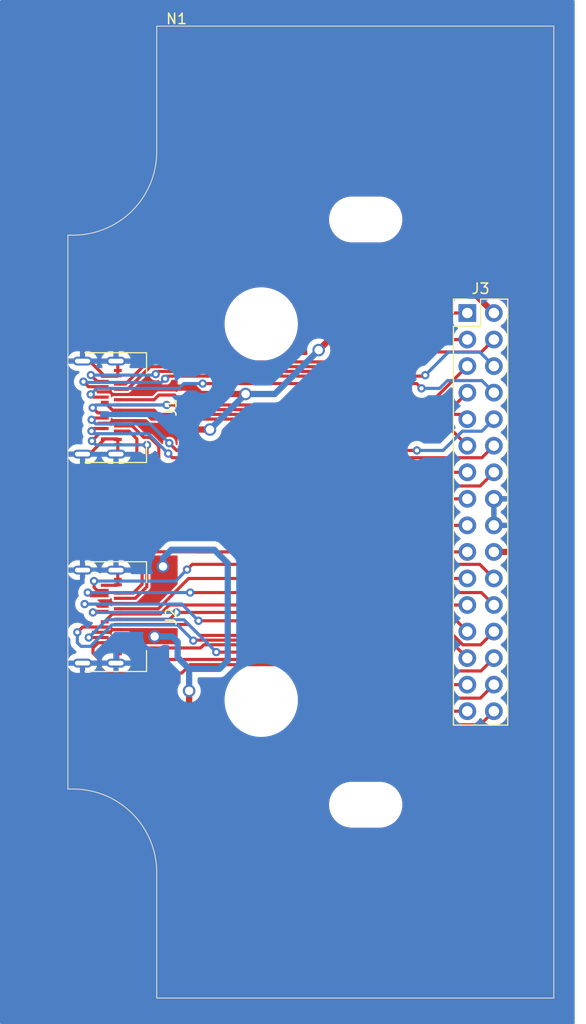
<source format=kicad_pcb>
(kicad_pcb (version 20211014) (generator pcbnew)
  (layers (0 "F.Cu" signal) (31 "B.Cu" signal) (34 "B.Paste" user) (35 "F.Paste" user) (36 "B.SilkS" user "B.Silkscreen") (37 "F.SilkS" user "F.Silkscreen") (38 "B.Mask" user) (39 "F.Mask" user) (44 "Edge.Cuts" user))
  (net 0 "")
  (net 1 "GND")
  (net 2 "/TX1+1")
  (net 3 "/TX1-1")
  (net 4 "/VBUS1")
  (net 5 "/CC11")
  (net 6 "/D+1")
  (net 7 "/D-1")
  (net 8 "/RX2-1")
  (net 9 "/SBU11")
  (net 10 "/RX2+1")
  (net 11 "/TX2+1")
  (net 12 "/TX2-1")
  (net 13 "/CC21")
  (net 14 "/SBU21")
  (net 15 "/RX1-1")
  (net 16 "/RX1+1")
  (net 17 "/TX1+2")
  (net 18 "/TX1-2")
  (net 19 "/VBUS2")
  (net 20 "/CC12")
  (net 21 "/D+2")
  (net 22 "/D-2")
  (net 23 "/RX2-2")
  (net 24 "/SBU12")
  (net 25 "/RX2+2")
  (net 26 "/TX2+2")
  (net 27 "/TX2-2")
  (net 28 "/CC22")
  (net 29 "/SBU22")
  (net 30 "/RX1-2")
  (net 31 "/RX1+2")
  (footprint "custom_footprints:USB_C_Receptacle_Amphenol_12401861XX12A" (layer "F.Cu") (at 69.025 75 -90)
    (fp_text reference "J1" (at 0 -6.36 90) (layer "F.SilkS"))
    (fp_text value "USB_C_Receptacle")
    (fp_line (start -5.25 -4) (end -5.25 1.89) (layer "F.SilkS") (width 0.12))
    (fp_line (start 3.25 -4) (end 5.25 -4) (layer "F.SilkS") (width 0.12))
    (fp_line (start 5.25 -4) (end 5.25 1.89) (layer "F.SilkS") (width 0.12))
    (fp_line (start -5.25 -4) (end -3.25 -4) (layer "F.SilkS") (width 0.12))
    (pad "A1" smd rect locked (at -3.05 -1.25 270) (size 0.3 0.75) (layers "F.Cu" "F.Paste" "F.Mask") (net 1 "GND"))
    (pad "A2" smd rect locked (at -2.25 -1.25 270) (size 0.3 0.75) (layers "F.Cu" "F.Paste" "F.Mask") (net 2 "/TX1+1"))
    (pad "A3" smd rect locked (at -1.75 -1.25 270) (size 0.3 0.75) (layers "F.Cu" "F.Paste" "F.Mask") (net 3 "/TX1-1"))
    (pad "A4" smd rect locked (at -1.25 -1.25 270) (size 0.3 0.75) (layers "F.Cu" "F.Paste" "F.Mask") (net 4 "/VBUS1"))
    (pad "A5" smd rect locked (at -0.75 -1.25 270) (size 0.3 0.75) (layers "F.Cu" "F.Paste" "F.Mask") (net 5 "/CC11"))
    (pad "A6" smd rect locked (at -0.25 -1.25 270) (size 0.3 0.75) (layers "F.Cu" "F.Paste" "F.Mask") (net 6 "/D+1"))
    (pad "A7" smd rect locked (at 0.25 -1.25 270) (size 0.3 0.75) (layers "F.Cu" "F.Paste" "F.Mask") (net 7 "/D-1"))
    (pad "A8" smd rect locked (at 0.75 -1.25 270) (size 0.3 0.75) (layers "F.Cu" "F.Paste" "F.Mask") (net 9 "/SBU11"))
    (pad "A9" smd rect locked (at 1.25 -1.25 270) (size 0.3 0.75) (layers "F.Cu" "F.Paste" "F.Mask") (net 4 "/VBUS1"))
    (pad "A10" smd rect locked (at 1.75 -1.25 270) (size 0.3 0.75) (layers "F.Cu" "F.Paste" "F.Mask") (net 8 "/RX2-1"))
    (pad "A11" smd rect locked (at 2.25 -1.25 270) (size 0.3 0.75) (layers "F.Cu" "F.Paste" "F.Mask") (net 10 "/RX2+1"))
    (pad "A12" smd rect locked (at 3.05 -1.25 270) (size 0.3 0.75) (layers "F.Cu" "F.Paste" "F.Mask") (net 1 "GND"))
    (pad "B1" smd rect locked (at 3 0 270) (size 0.3 0.75) (layers "F.Cu" "F.Paste" "F.Mask") (net 1 "GND"))
    (pad "B2" smd rect locked (at 2.5 0 270) (size 0.3 0.75) (layers "F.Cu" "F.Paste" "F.Mask") (net 11 "/TX2+1"))
    (pad "B3" smd rect locked (at 2 0 270) (size 0.3 0.75) (layers "F.Cu" "F.Paste" "F.Mask") (net 12 "/TX2-1"))
    (pad "B4" smd rect locked (at 1.5 0 270) (size 0.3 0.75) (layers "F.Cu" "F.Paste" "F.Mask") (net 4 "/VBUS1"))
    (pad "B5" smd rect locked (at 1 0 270) (size 0.3 0.75) (layers "F.Cu" "F.Paste" "F.Mask") (net 13 "/CC21"))
    (pad "B6" smd rect locked (at 0.5 0 270) (size 0.3 0.75) (layers "F.Cu" "F.Paste" "F.Mask") (net 6 "/D+1"))
    (pad "B7" smd rect locked (at -0.5 0 270) (size 0.3 0.75) (layers "F.Cu" "F.Paste" "F.Mask") (net 7 "/D-1"))
    (pad "B8" smd rect locked (at -1 0 270) (size 0.3 0.75) (layers "F.Cu" "F.Paste" "F.Mask") (net 14 "/SBU21"))
    (pad "B9" smd rect locked (at -1.5 0 270) (size 0.3 0.75) (layers "F.Cu" "F.Paste" "F.Mask") (net 4 "/VBUS1"))
    (pad "B10" smd rect locked (at -2 0 270) (size 0.3 0.75) (layers "F.Cu" "F.Paste" "F.Mask") (net 15 "/RX1-1"))
    (pad "B11" smd rect locked (at -2.5 0 270) (size 0.3 0.75) (layers "F.Cu" "F.Paste" "F.Mask") (net 16 "/RX1+1"))
    (pad "B12" smd rect locked (at -3 0 270) (size 0.3 0.75) (layers "F.Cu" "F.Paste" "F.Mask") (net 1 "GND"))
    (pad "S1" thru_hole oval locked (at 4.45 -1.075 270) (size 0.85 1.85) (drill oval 0.45 1.45) (layers *.Cu *.Mask) (net 1 "GND"))
    (pad "S1" thru_hole oval locked (at 4.45 2.125 270) (size 0.85 1.85) (drill oval 0.45 1.45) (layers *.Cu *.Mask) (net 1 "GND"))
    (pad "S1" smd rect locked (at -3.55 -1.25 270) (size 0.3 0.75) (layers "F.Cu" "F.Paste" "F.Mask") (net 1 "GND"))
    (pad "S1" smd rect locked (at 3.55 -1.25 270) (size 0.3 0.75) (layers "F.Cu" "F.Paste" "F.Mask") (net 1 "GND"))
    (pad "S1" thru_hole oval locked (at -4.45 2.125 270) (size 0.85 1.85) (drill oval 0.45 1.45) (layers *.Cu *.Mask) (net 1 "GND"))
    (pad "S1" thru_hole oval locked (at -4.45 -1.075 270) (size 0.85 1.85) (drill oval 0.45 1.45) (layers *.Cu *.Mask) (net 1 "GND"))
  )
  (footprint "custom_footprints:Enclosure-Gloxinia_small" (layer "F.Cu") (at 112 85)
    (fp_text reference "N1" (at -36.1 -47.2) (layer "F.SilkS"))
    (fp_text value "Housing")
    (pad "" np_thru_hole oval (at -28 -18 90) (size 6 6) (drill 6) (layers *.Cu *.Mask))
    (pad "" np_thru_hole oval (at -18 -28 90) (size 3.37 6) (drill oval 3.37 6) (layers *.Cu *.Mask))
    (pad "" np_thru_hole oval (at -28 18) (size 6 6) (drill 6) (layers *.Cu *.Mask))
    (pad "" np_thru_hole oval (at -18 28 90) (size 3.37 6) (drill oval 3.37 6) (layers *.Cu *.Mask))
  )
  (footprint "custom_footprints:USB_C_Receptacle_Amphenol_12401861XX12A" (layer "F.Cu") (at 69.025 95 -90)
    (fp_text reference "J2" (at 0 -6.36 90) (layer "F.SilkS"))
    (fp_text value "USB_C_Receptacle")
    (fp_line (start 5.25 -4) (end 5.25 1.89) (layer "F.SilkS") (width 0.12))
    (fp_line (start -5.25 -4) (end -5.25 1.89) (layer "F.SilkS") (width 0.12))
    (fp_line (start 3.25 -4) (end 5.25 -4) (layer "F.SilkS") (width 0.12))
    (fp_line (start -5.25 -4) (end -3.25 -4) (layer "F.SilkS") (width 0.12))
    (pad "A1" smd rect locked (at -3.05 -1.25 270) (size 0.3 0.75) (layers "F.Cu" "F.Paste" "F.Mask") (net 1 "GND"))
    (pad "A2" smd rect locked (at -2.25 -1.25 270) (size 0.3 0.75) (layers "F.Cu" "F.Paste" "F.Mask") (net 17 "/TX1+2"))
    (pad "A3" smd rect locked (at -1.75 -1.25 270) (size 0.3 0.75) (layers "F.Cu" "F.Paste" "F.Mask") (net 18 "/TX1-2"))
    (pad "A4" smd rect locked (at -1.25 -1.25 270) (size 0.3 0.75) (layers "F.Cu" "F.Paste" "F.Mask") (net 19 "/VBUS2"))
    (pad "A5" smd rect locked (at -0.75 -1.25 270) (size 0.3 0.75) (layers "F.Cu" "F.Paste" "F.Mask") (net 20 "/CC12"))
    (pad "A6" smd rect locked (at -0.25 -1.25 270) (size 0.3 0.75) (layers "F.Cu" "F.Paste" "F.Mask") (net 21 "/D+2"))
    (pad "A7" smd rect locked (at 0.25 -1.25 270) (size 0.3 0.75) (layers "F.Cu" "F.Paste" "F.Mask") (net 22 "/D-2"))
    (pad "A8" smd rect locked (at 0.75 -1.25 270) (size 0.3 0.75) (layers "F.Cu" "F.Paste" "F.Mask") (net 24 "/SBU12"))
    (pad "A9" smd rect locked (at 1.25 -1.25 270) (size 0.3 0.75) (layers "F.Cu" "F.Paste" "F.Mask") (net 19 "/VBUS2"))
    (pad "A10" smd rect locked (at 1.75 -1.25 270) (size 0.3 0.75) (layers "F.Cu" "F.Paste" "F.Mask") (net 23 "/RX2-2"))
    (pad "A11" smd rect locked (at 2.25 -1.25 270) (size 0.3 0.75) (layers "F.Cu" "F.Paste" "F.Mask") (net 25 "/RX2+2"))
    (pad "A12" smd rect locked (at 3.05 -1.25 270) (size 0.3 0.75) (layers "F.Cu" "F.Paste" "F.Mask") (net 1 "GND"))
    (pad "B1" smd rect locked (at 3 0 270) (size 0.3 0.75) (layers "F.Cu" "F.Paste" "F.Mask") (net 1 "GND"))
    (pad "B2" smd rect locked (at 2.5 0 270) (size 0.3 0.75) (layers "F.Cu" "F.Paste" "F.Mask") (net 26 "/TX2+2"))
    (pad "B3" smd rect locked (at 2 0 270) (size 0.3 0.75) (layers "F.Cu" "F.Paste" "F.Mask") (net 27 "/TX2-2"))
    (pad "B4" smd rect locked (at 1.5 0 270) (size 0.3 0.75) (layers "F.Cu" "F.Paste" "F.Mask") (net 19 "/VBUS2"))
    (pad "B5" smd rect locked (at 1 0 270) (size 0.3 0.75) (layers "F.Cu" "F.Paste" "F.Mask") (net 28 "/CC22"))
    (pad "B6" smd rect locked (at 0.5 0 270) (size 0.3 0.75) (layers "F.Cu" "F.Paste" "F.Mask") (net 21 "/D+2"))
    (pad "B7" smd rect locked (at -0.5 0 270) (size 0.3 0.75) (layers "F.Cu" "F.Paste" "F.Mask") (net 22 "/D-2"))
    (pad "B8" smd rect locked (at -1 0 270) (size 0.3 0.75) (layers "F.Cu" "F.Paste" "F.Mask") (net 29 "/SBU22"))
    (pad "B9" smd rect locked (at -1.5 0 270) (size 0.3 0.75) (layers "F.Cu" "F.Paste" "F.Mask") (net 19 "/VBUS2"))
    (pad "B10" smd rect locked (at -2 0 270) (size 0.3 0.75) (layers "F.Cu" "F.Paste" "F.Mask") (net 30 "/RX1-2"))
    (pad "B11" smd rect locked (at -2.5 0 270) (size 0.3 0.75) (layers "F.Cu" "F.Paste" "F.Mask") (net 31 "/RX1+2"))
    (pad "B12" smd rect locked (at -3 0 270) (size 0.3 0.75) (layers "F.Cu" "F.Paste" "F.Mask") (net 1 "GND"))
    (pad "S1" thru_hole oval locked (at 4.45 -1.075 270) (size 0.85 1.85) (drill oval 0.45 1.45) (layers *.Cu *.Mask) (net 1 "GND"))
    (pad "S1" thru_hole oval locked (at -4.45 -1.075 270) (size 0.85 1.85) (drill oval 0.45 1.45) (layers *.Cu *.Mask) (net 1 "GND"))
    (pad "S1" thru_hole oval locked (at -4.45 2.125 270) (size 0.85 1.85) (drill oval 0.45 1.45) (layers *.Cu *.Mask) (net 1 "GND"))
    (pad "S1" smd rect locked (at 3.55 -1.25 270) (size 0.3 0.75) (layers "F.Cu" "F.Paste" "F.Mask") (net 1 "GND"))
    (pad "S1" thru_hole oval locked (at 4.45 2.125 270) (size 0.85 1.85) (drill oval 0.45 1.45) (layers *.Cu *.Mask) (net 1 "GND"))
    (pad "S1" smd rect locked (at -3.55 -1.25 270) (size 0.3 0.75) (layers "F.Cu" "F.Paste" "F.Mask") (net 1 "GND"))
  )
  (footprint "Connector_PinHeader_2.54mm:PinHeader_2x16_P2.54mm_Vertical" (layer "F.Cu") (at 103.725 65.95)
    (fp_text reference "J3" (at 1.27 -2.33) (layer "F.SilkS"))
    (fp_text value "Conn_02x16_Odd_Even")
    (fp_line (start -1.33 39.43) (end 3.87 39.43) (layer "F.SilkS") (width 0.12))
    (fp_line (start 1.27 -1.33) (end 3.87 -1.33) (layer "F.SilkS") (width 0.12))
    (fp_line (start -1.33 1.27) (end -1.33 39.43) (layer "F.SilkS") (width 0.12))
    (fp_line (start 3.87 -1.33) (end 3.87 39.43) (layer "F.SilkS") (width 0.12))
    (fp_line (start 1.27 1.27) (end 1.27 -1.33) (layer "F.SilkS") (width 0.12))
    (fp_line (start -1.33 0) (end -1.33 -1.33) (layer "F.SilkS") (width 0.12))
    (fp_line (start -1.33 -1.33) (end 0 -1.33) (layer "F.SilkS") (width 0.12))
    (fp_line (start -1.33 1.27) (end 1.27 1.27) (layer "F.SilkS") (width 0.12))
    (pad "1" thru_hole rect (at 0 0) (size 1.7 1.7) (drill 1) (layers *.Cu *.Mask) (net 2 "/TX1+1"))
    (pad "2" thru_hole oval (at 2.54 0) (size 1.7 1.7) (drill 1) (layers *.Cu *.Mask) (net 4 "/VBUS1"))
    (pad "3" thru_hole oval (at 0 2.54) (size 1.7 1.7) (drill 1) (layers *.Cu *.Mask) (net 3 "/TX1-1"))
    (pad "4" thru_hole oval (at 2.54 2.54) (size 1.7 1.7) (drill 1) (layers *.Cu *.Mask) (net 16 "/RX1+1"))
    (pad "5" thru_hole oval (at 0 5.08) (size 1.7 1.7) (drill 1) (layers *.Cu *.Mask) (net 5 "/CC11"))
    (pad "6" thru_hole oval (at 2.54 5.08) (size 1.7 1.7) (drill 1) (layers *.Cu *.Mask) (net 15 "/RX1-1"))
    (pad "7" thru_hole oval (at 0 7.62) (size 1.7 1.7) (drill 1) (layers *.Cu *.Mask) (net 6 "/D+1"))
    (pad "8" thru_hole oval (at 2.54 7.62) (size 1.7 1.7) (drill 1) (layers *.Cu *.Mask) (net 14 "/SBU21"))
    (pad "9" thru_hole oval (at 0 10.16) (size 1.7 1.7) (drill 1) (layers *.Cu *.Mask) (net 7 "/D-1"))
    (pad "10" thru_hole oval (at 2.54 10.16) (size 1.7 1.7) (drill 1) (layers *.Cu *.Mask) (net 13 "/CC21"))
    (pad "11" thru_hole oval (at 0 12.7) (size 1.7 1.7) (drill 1) (layers *.Cu *.Mask) (net 9 "/SBU11"))
    (pad "12" thru_hole oval (at 2.54 12.7) (size 1.7 1.7) (drill 1) (layers *.Cu *.Mask) (net 12 "/TX2-1"))
    (pad "13" thru_hole oval (at 0 15.24) (size 1.7 1.7) (drill 1) (layers *.Cu *.Mask) (net 8 "/RX2-1"))
    (pad "14" thru_hole oval (at 2.54 15.24) (size 1.7 1.7) (drill 1) (layers *.Cu *.Mask) (net 11 "/TX2+1"))
    (pad "15" thru_hole oval (at 0 17.78) (size 1.7 1.7) (drill 1) (layers *.Cu *.Mask) (net 10 "/RX2+1"))
    (pad "16" thru_hole oval (at 2.54 17.78) (size 1.7 1.7) (drill 1) (layers *.Cu *.Mask) (net 1 "GND"))
    (pad "17" thru_hole oval (at 0 20.32) (size 1.7 1.7) (drill 1) (layers *.Cu *.Mask) (net 17 "/TX1+2"))
    (pad "18" thru_hole oval (at 2.54 20.32) (size 1.7 1.7) (drill 1) (layers *.Cu *.Mask) (net 1 "GND"))
    (pad "19" thru_hole oval (at 0 22.86) (size 1.7 1.7) (drill 1) (layers *.Cu *.Mask) (net 18 "/TX1-2"))
    (pad "20" thru_hole oval (at 2.54 22.86) (size 1.7 1.7) (drill 1) (layers *.Cu *.Mask) (net 19 "/VBUS2"))
    (pad "21" thru_hole oval (at 0 25.4) (size 1.7 1.7) (drill 1) (layers *.Cu *.Mask) (net 20 "/CC12"))
    (pad "22" thru_hole oval (at 2.54 25.4) (size 1.7 1.7) (drill 1) (layers *.Cu *.Mask) (net 31 "/RX1+2"))
    (pad "23" thru_hole oval (at 0 27.94) (size 1.7 1.7) (drill 1) (layers *.Cu *.Mask) (net 21 "/D+2"))
    (pad "24" thru_hole oval (at 2.54 27.94) (size 1.7 1.7) (drill 1) (layers *.Cu *.Mask) (net 30 "/RX1-2"))
    (pad "25" thru_hole oval (at 0 30.48) (size 1.7 1.7) (drill 1) (layers *.Cu *.Mask) (net 22 "/D-2"))
    (pad "26" thru_hole oval (at 2.54 30.48) (size 1.7 1.7) (drill 1) (layers *.Cu *.Mask) (net 29 "/SBU22"))
    (pad "27" thru_hole oval (at 0 33.02) (size 1.7 1.7) (drill 1) (layers *.Cu *.Mask) (net 24 "/SBU12"))
    (pad "28" thru_hole oval (at 2.54 33.02) (size 1.7 1.7) (drill 1) (layers *.Cu *.Mask) (net 28 "/CC22"))
    (pad "29" thru_hole oval (at 0 35.56) (size 1.7 1.7) (drill 1) (layers *.Cu *.Mask) (net 23 "/RX2-2"))
    (pad "30" thru_hole oval (at 2.54 35.56) (size 1.7 1.7) (drill 1) (layers *.Cu *.Mask) (net 27 "/TX2-2"))
    (pad "31" thru_hole oval (at 0 38.1) (size 1.7 1.7) (drill 1) (layers *.Cu *.Mask) (net 25 "/RX2+2"))
    (pad "32" thru_hole oval (at 2.54 38.1) (size 1.7 1.7) (drill 1) (layers *.Cu *.Mask) (net 26 "/TX2+2"))
  )
  (gr_arc (start 74 50.5) (mid 71.656854 56.156854) (end 66 58.5) (layer "Edge.Cuts") (width 0.1))
  (gr_line (start 74 131.5) (end 74 119.5) (layer "Edge.Cuts") (width 0.1))
  (gr_line (start 65.5 58.5) (end 66 58.5) (layer "Edge.Cuts") (width 0.1))
  (gr_line (start 112 131.5) (end 74 131.5) (layer "Edge.Cuts") (width 0.1))
  (gr_line (start 65.5 111.5) (end 66 111.5) (layer "Edge.Cuts") (width 0.1))
  (gr_line (start 74 38.5) (end 112 38.5) (layer "Edge.Cuts") (width 0.1))
  (gr_arc (start 66 111.5) (mid 71.656854 113.843146) (end 74 119.5) (layer "Edge.Cuts") (width 0.1))
  (gr_line (start 112 38.5) (end 112 131.5) (layer "Edge.Cuts") (width 0.1))
  (gr_line (start 74 38.5) (end 74 50.5) (layer "Edge.Cuts") (width 0.1))
  (gr_line (start 65.5 111.5) (end 65.5 58.5) (layer "Edge.Cuts") (width 0.1))
  (segment (start 70.275 91.95) (end 70.275 91.45) (width 0.3) (layer "F.Cu") (net 1))
  (segment (start 70.275 90.725) (end 70.1 90.55) (width 0.3) (layer "F.Cu") (net 1))
  (segment (start 70.275 71.95) (end 70.275 71.45) (width 0.3) (layer "F.Cu") (net 1))
  (segment (start 70.275 98.55) (end 70.275 99.275) (width 0.3) (layer "F.Cu") (net 1))
  (segment (start 70.225 78) (end 70.275 78.05) (width 0.3) (layer "F.Cu") (net 1))
  (segment (start 67.575 79.45) (end 66.9 79.45) (width 0.3) (layer "F.Cu") (net 1))
  (segment (start 70.275 98.05) (end 70.275 98.55) (width 0.3) (layer "F.Cu") (net 1))
  (segment (start 69.025 92) (end 70.225 92) (width 0.3) (layer "F.Cu") (net 1))
  (segment (start 70.275 99.275) (end 70.1 99.45) (width 0.3) (layer "F.Cu") (net 1))
  (segment (start 69.025 78) (end 67.575 79.45) (width 0.3) (layer "F.Cu") (net 1))
  (segment (start 69.025 98) (end 70.225 98) (width 0.3) (layer "F.Cu") (net 1))
  (segment (start 70.225 92) (end 70.275 91.95) (width 0.3) (layer "F.Cu") (net 1))
  (segment (start 70.275 78.05) (end 70.275 78.55) (width 0.3) (layer "F.Cu") (net 1))
  (segment (start 67.575 70.55) (end 66.9 70.55) (width 0.3) (layer "F.Cu") (net 1))
  (segment (start 70.275 70.725) (end 70.1 70.55) (width 0.3) (layer "F.Cu") (net 1))
  (segment (start 70.225 98) (end 70.275 98.05) (width 0.3) (layer "F.Cu") (net 1))
  (segment (start 69.025 72) (end 70.225 72) (width 0.3) (layer "F.Cu") (net 1))
  (segment (start 69.025 78) (end 70.225 78) (width 0.3) (layer "F.Cu") (net 1))
  (segment (start 70.275 78.55) (end 70.275 79.275) (width 0.3) (layer "F.Cu") (net 1))
  (segment (start 70.275 71.45) (end 70.275 70.725) (width 0.3) (layer "F.Cu") (net 1))
  (segment (start 70.275 91.45) (end 70.275 90.725) (width 0.3) (layer "F.Cu") (net 1))
  (segment (start 69.025 72) (end 67.575 70.55) (width 0.3) (layer "F.Cu") (net 1))
  (segment (start 70.275 79.275) (end 70.1 79.45) (width 0.3) (layer "F.Cu") (net 1))
  (segment (start 70.225 72) (end 70.275 71.95) (width 0.3) (layer "F.Cu") (net 1))
  (segment (start 96.98 70.63) (end 101.66 65.95) (width 0.3) (layer "F.Cu") (net 2))
  (segment (start 73.13 70.63) (end 96.98 70.63) (width 0.3) (layer "F.Cu") (net 2))
  (segment (start 71.01 72.75) (end 73.13 70.63) (width 0.3) (layer "F.Cu") (net 2))
  (segment (start 101.66 65.95) (end 103.725 65.95) (width 0.3) (layer "F.Cu") (net 2))
  (segment (start 70.275 72.75) (end 71.01 72.75) (width 0.3) (layer "F.Cu") (net 2))
  (segment (start 70.275 73.25) (end 71.21 73.25) (width 0.3) (layer "F.Cu") (net 3))
  (segment (start 71.21 73.25) (end 73.37 71.09) (width 0.3) (layer "F.Cu") (net 3))
  (segment (start 73.37 71.09) (end 98.02 71.09) (width 0.3) (layer "F.Cu") (net 3))
  (segment (start 98.02 71.09) (end 100.62 68.49) (width 0.3) (layer "F.Cu") (net 3))
  (segment (start 100.62 68.49) (end 103.725 68.49) (width 0.3) (layer "F.Cu") (net 3))
  (segment (start 77.58714 73.088531) (end 78.198609 73.7) (width 0.6) (layer "F.Cu") (net 4))
  (segment (start 70.275 73.75) (end 72.75 73.75) (width 0.3) (layer "F.Cu") (net 4))
  (segment (start 78.198609 73.7) (end 82.5 73.7) (width 0.6) (layer "F.Cu") (net 4))
  (segment (start 70.275 76.25) (end 72.25 76.25) (width 0.3) (layer "F.Cu") (net 4))
  (segment (start 72.25 76.25) (end 73.1 77.1) (width 0.3) (layer "F.Cu") (net 4))
  (segment (start 95.7 63.3) (end 103.615 63.3) (width 0.6) (layer "F.Cu") (net 4))
  (segment (start 70.275 76.25) (end 69.82 76.25) (width 0.3) (layer "F.Cu") (net 4))
  (segment (start 69.53 73.5) (end 69.025 73.5) (width 0.3) (layer "F.Cu") (net 4))
  (segment (start 73.1 77.1) (end 74.9 77.1) (width 0.3) (layer "F.Cu") (net 4))
  (segment (start 69.82 76.25) (end 69.57 76.5) (width 0.3) (layer "F.Cu") (net 4))
  (segment (start 103.615 63.3) (end 106.265 65.95) (width 0.6) (layer "F.Cu") (net 4))
  (segment (start 74.388531 73.088531) (end 77.58714 73.088531) (width 0.6) (layer "F.Cu") (net 4))
  (segment (start 69.57 76.5) (end 69.025 76.5) (width 0.3) (layer "F.Cu") (net 4))
  (segment (start 69.78 73.75) (end 69.53 73.5) (width 0.3) (layer "F.Cu") (net 4))
  (segment (start 74.9 77.1) (end 75.4 77.1) (width 0.3) (layer "F.Cu") (net 4))
  (segment (start 70.275 73.75) (end 69.78 73.75) (width 0.3) (layer "F.Cu") (net 4))
  (segment (start 73.411469 73.088531) (end 74.388531 73.088531) (width 0.3) (layer "F.Cu") (net 4))
  (segment (start 75.4 77.1) (end 79.1 77.1) (width 0.6) (layer "F.Cu") (net 4))
  (segment (start 72.75 73.75) (end 73.411469 73.088531) (width 0.3) (layer "F.Cu") (net 4))
  (segment (start 89.5 69.5) (end 95.7 63.3) (width 0.6) (layer "F.Cu") (net 4))
  (via (at 79.1 77.1) (size 1.2) (drill 0.8) (layers "F.Cu" "B.Cu") (net 4))
  (via (at 82.5 73.7) (size 1.2) (drill 0.8) (layers "F.Cu" "B.Cu") (net 4))
  (via (at 89.5 69.5) (size 1.2) (drill 0.8) (layers "F.Cu" "B.Cu") (net 4))
  (segment (start 79.4 76.8) (end 82.5 73.7) (width 0.6) (layer "B.Cu") (net 4))
  (segment (start 82.5 73.7) (end 85.3 73.7) (width 0.6) (layer "B.Cu") (net 4))
  (segment (start 85.3 73.7) (end 89.5 69.5) (width 0.6) (layer "B.Cu") (net 4))
  (segment (start 79.4 76.8) (end 79.1 77.1) (width 0.6) (layer "B.Cu") (net 4))
  (segment (start 70.275 74.25) (end 73.75 74.25) (width 0.3) (layer "F.Cu") (net 5))
  (segment (start 76.65096 74.75096) (end 100.00404 74.75096) (width 0.3) (layer "F.Cu") (net 5))
  (segment (start 75.7 73.8) (end 76.65096 74.75096) (width 0.3) (layer "F.Cu") (net 5))
  (segment (start 100.00404 74.75096) (end 103.725 71.03) (width 0.3) (layer "F.Cu") (net 5))
  (segment (start 74.2 73.8) (end 75.7 73.8) (width 0.3) (layer "F.Cu") (net 5))
  (segment (start 73.75 74.25) (end 74.2 73.8) (width 0.3) (layer "F.Cu") (net 5))
  (segment (start 75.75 74.75) (end 76.20048 75.20048) (width 0.3) (layer "F.Cu") (net 6))
  (segment (start 76.20048 75.20048) (end 102.09452 75.20048) (width 0.3) (layer "F.Cu") (net 6))
  (segment (start 69.025 75.5) (end 68.35 75.5) (width 0.3) (layer "F.Cu") (net 6))
  (segment (start 102.09452 75.20048) (end 103.725 73.57) (width 0.3) (layer "F.Cu") (net 6))
  (segment (start 68.35 75.5) (end 67.87 75.02) (width 0.3) (layer "F.Cu") (net 6))
  (segment (start 70.275 74.75) (end 75.75 74.75) (width 0.3) (layer "F.Cu") (net 6))
  (via (at 67.87 75.02) (size 0.8) (drill 0.4) (layers "F.Cu" "B.Cu") (net 6))
  (via (at 74.95 74.75) (size 0.8) (drill 0.4) (layers "F.Cu" "B.Cu") (net 6))
  (segment (start 67.87 75.02) (end 68.14 74.75) (width 0.3) (layer "B.Cu") (net 6))
  (segment (start 68.14 74.75) (end 74.95 74.75) (width 0.3) (layer "B.Cu") (net 6))
  (segment (start 70.275 75.25) (end 73.75 75.25) (width 0.3) (layer "F.Cu") (net 7))
  (segment (start 70.275 75.25) (end 69.775 75.25) (width 0.3) (layer "F.Cu") (net 7))
  (segment (start 103.265 75.65) (end 103.725 76.11) (width 0.3) (layer "F.Cu") (net 7))
  (segment (start 74.15 75.65) (end 103.265 75.65) (width 0.3) (layer "F.Cu") (net 7))
  (segment (start 69.775 75.25) (end 69.025 74.5) (width 0.3) (layer "F.Cu") (net 7))
  (segment (start 73.75 75.25) (end 74.15 75.65) (width 0.3) (layer "F.Cu") (net 7))
  (segment (start 73.35 77.85) (end 72.75 77.85) (width 0.3) (layer "F.Cu") (net 8))
  (segment (start 103.725 81.19) (end 75.39 81.19) (width 0.3) (layer "F.Cu") (net 8))
  (segment (start 75.39 81.19) (end 74.2 80) (width 0.3) (layer "F.Cu") (net 8))
  (segment (start 72.75 77.85) (end 71.65 76.75) (width 0.3) (layer "F.Cu") (net 8))
  (segment (start 74.2 80) (end 74.2 78.7) (width 0.3) (layer "F.Cu") (net 8))
  (segment (start 71.65 76.75) (end 70.275 76.75) (width 0.3) (layer "F.Cu") (net 8))
  (segment (start 74.2 78.7) (end 73.35 77.85) (width 0.3) (layer "F.Cu") (net 8))
  (segment (start 70.275 75.75) (end 73.15 75.75) (width 0.3) (layer "F.Cu") (net 9))
  (segment (start 73.5 76.1) (end 101.175 76.1) (width 0.3) (layer "F.Cu") (net 9))
  (segment (start 73.15 75.75) (end 73.5 76.1) (width 0.3) (layer "F.Cu") (net 9))
  (segment (start 101.175 76.1) (end 103.725 78.65) (width 0.3) (layer "F.Cu") (net 9))
  (segment (start 71.35 77.25) (end 72.1 78) (width 0.3) (layer "F.Cu") (net 10))
  (segment (start 72.1 82.1) (end 73.73 83.73) (width 0.3) (layer "F.Cu") (net 10))
  (segment (start 73.73 83.73) (end 103.725 83.73) (width 0.3) (layer "F.Cu") (net 10))
  (segment (start 72.1 78) (end 72.1 82.1) (width 0.3) (layer "F.Cu") (net 10))
  (segment (start 70.275 77.25) (end 71.35 77.25) (width 0.3) (layer "F.Cu") (net 10))
  (segment (start 74 82.5) (end 104.955 82.5) (width 0.3) (layer "F.Cu") (net 11))
  (segment (start 104.955 82.5) (end 106.265 81.19) (width 0.3) (layer "F.Cu") (net 11))
  (segment (start 73.07 81.57) (end 74 82.5) (width 0.3) (layer "F.Cu") (net 11))
  (segment (start 73.07 78.57) (end 73.07 81.57) (width 0.3) (layer "F.Cu") (net 11))
  (segment (start 68.49 77.5) (end 67.8 78.19) (width 0.3) (layer "F.Cu") (net 11))
  (segment (start 69.025 77.5) (end 68.49 77.5) (width 0.3) (layer "F.Cu") (net 11))
  (via (at 67.8 78.19) (size 0.8) (drill 0.4) (layers "F.Cu" "B.Cu") (net 11))
  (via (at 73.07 78.57) (size 0.8) (drill 0.4) (layers "F.Cu" "B.Cu") (net 11))
  (segment (start 68.18 78.57) (end 73.07 78.57) (width 0.3) (layer "B.Cu") (net 11))
  (segment (start 67.8 78.19) (end 68.18 78.57) (width 0.3) (layer "B.Cu") (net 11))
  (segment (start 67.999717 77) (end 67.758304 77.241413) (width 0.3) (layer "F.Cu") (net 12))
  (segment (start 75.499511 79.799511) (end 75.1 79.4) (width 0.3) (layer "F.Cu") (net 12))
  (segment (start 105.115489 79.799511) (end 75.499511 79.799511) (width 0.3) (layer "F.Cu") (net 12))
  (segment (start 106.265 78.65) (end 105.115489 79.799511) (width 0.3) (layer "F.Cu") (net 12))
  (segment (start 69.025 77) (end 67.999717 77) (width 0.3) (layer "F.Cu") (net 12))
  (via (at 75.1 79.4) (size 0.8) (drill 0.4) (layers "F.Cu" "B.Cu") (net 12))
  (via (at 67.758304 77.241413) (size 0.8) (drill 0.4) (layers "F.Cu" "B.Cu") (net 12))
  (segment (start 73.200489 77.500489) (end 75.1 79.4) (width 0.3) (layer "B.Cu") (net 12))
  (segment (start 68.01738 77.500489) (end 71.199511 77.500489) (width 0.3) (layer "B.Cu") (net 12))
  (segment (start 67.758304 77.241413) (end 68.01738 77.500489) (width 0.3) (layer "B.Cu") (net 12))
  (segment (start 71.199511 77.500489) (end 73.200489 77.500489) (width 0.3) (layer "B.Cu") (net 12))
  (segment (start 75.2 78.4) (end 75.900011 79.100011) (width 0.3) (layer "F.Cu") (net 13))
  (segment (start 75.900011 79.100011) (end 98.9 79.100011) (width 0.3) (layer "F.Cu") (net 13))
  (segment (start 67.94 76) (end 67.77 76.17) (width 0.3) (layer "F.Cu") (net 13))
  (segment (start 69.025 76) (end 67.94 76) (width 0.3) (layer "F.Cu") (net 13))
  (via (at 67.77 76.17) (size 0.8) (drill 0.4) (layers "F.Cu" "B.Cu") (net 13))
  (via (at 75.2 78.4) (size 0.8) (drill 0.4) (layers "F.Cu" "B.Cu") (net 13))
  (via (at 98.9 79.100011) (size 0.8) (drill 0.4) (layers "F.Cu" "B.Cu") (net 13))
  (segment (start 101.408356 79.100011) (end 103.248856 77.259511) (width 0.3) (layer "B.Cu") (net 13))
  (segment (start 105.115489 77.259511) (end 106.265 76.11) (width 0.3) (layer "B.Cu") (net 13))
  (segment (start 72.33 76.57) (end 73.37 76.57) (width 0.3) (layer "B.Cu") (net 13))
  (segment (start 67.77 76.17) (end 68.17 76.57) (width 0.3) (layer "B.Cu") (net 13))
  (segment (start 73.37 76.57) (end 75.2 78.4) (width 0.3) (layer "B.Cu") (net 13))
  (segment (start 68.17 76.57) (end 72.33 76.57) (width 0.3) (layer "B.Cu") (net 13))
  (segment (start 98.9 79.100011) (end 101.408356 79.100011) (width 0.3) (layer "B.Cu") (net 13))
  (segment (start 103.248856 77.259511) (end 105.115489 77.259511) (width 0.3) (layer "B.Cu") (net 13))
  (segment (start 98.88 72.7) (end 99.34 73.16) (width 0.3) (layer "F.Cu") (net 14))
  (segment (start 69.025 74) (end 67.94 74) (width 0.3) (layer "F.Cu") (net 14))
  (segment (start 78.4 72.7) (end 98.88 72.7) (width 0.3) (layer "F.Cu") (net 14))
  (segment (start 67.94 74) (end 67.68 73.74) (width 0.3) (layer "F.Cu") (net 14))
  (via (at 67.68 73.74) (size 0.8) (drill 0.4) (layers "F.Cu" "B.Cu") (net 14))
  (via (at 99.34 73.16) (size 0.8) (drill 0.4) (layers "F.Cu" "B.Cu") (net 14))
  (via (at 78.4 72.7) (size 0.8) (drill 0.4) (layers "F.Cu" "B.Cu") (net 14))
  (segment (start 68.26 73.16) (end 76.14 73.16) (width 0.3) (layer "B.Cu") (net 14))
  (segment (start 67.68 73.74) (end 68.26 73.16) (width 0.3) (layer "B.Cu") (net 14))
  (segment (start 101.08 73.16) (end 101.819511 72.420489) (width 0.3) (layer "B.Cu") (net 14))
  (segment (start 76.6 72.7) (end 78.4 72.7) (width 0.3) (layer "B.Cu") (net 14))
  (segment (start 76.14 73.16) (end 76.6 72.7) (width 0.3) (layer "B.Cu") (net 14))
  (segment (start 99.34 73.16) (end 101.08 73.16) (width 0.3) (layer "B.Cu") (net 14))
  (segment (start 101.819511 72.420489) (end 105.115489 72.420489) (width 0.3) (layer "B.Cu") (net 14))
  (segment (start 105.115489 72.420489) (end 106.265 73.57) (width 0.3) (layer "B.Cu") (net 14))
  (segment (start 75.01096 71.98904) (end 75.5 71.98904) (width 0.3) (layer "F.Cu") (net 15))
  (segment (start 74.800777 72.199223) (end 75.01096 71.98904) (width 0.3) (layer "F.Cu") (net 15))
  (segment (start 67.469681 73) (end 66.989048 72.519367) (width 0.3) (layer "F.Cu") (net 15))
  (segment (start 74.800777 72.23902) (end 74.800777 72.199223) (width 0.3) (layer "F.Cu") (net 15))
  (segment (start 69.025 73) (end 67.469681 73) (width 0.3) (layer "F.Cu") (net 15))
  (segment (start 75.5 71.98904) (end 98.446678 71.98904) (width 0.3) (layer "F.Cu") (net 15))
  (segment (start 99.61096 71.98904) (end 99.7 71.9) (width 0.3) (layer "F.Cu") (net 15))
  (segment (start 98.446678 71.98904) (end 99.61096 71.98904) (width 0.3) (layer "F.Cu") (net 15))
  (via (at 74.800777 72.23902) (size 0.8) (drill 0.4) (layers "F.Cu" "B.Cu") (net 15))
  (via (at 99.7 71.9) (size 0.8) (drill 0.4) (layers "F.Cu" "B.Cu") (net 15))
  (via (at 66.989048 72.519367) (size 0.8) (drill 0.4) (layers "F.Cu" "B.Cu") (net 15))
  (segment (start 99.7 71.9) (end 101.9 69.7) (width 0.3) (layer "B.Cu") (net 15))
  (segment (start 66.989048 72.519367) (end 67.059192 72.589511) (width 0.3) (layer "B.Cu") (net 15))
  (segment (start 104.935 69.7) (end 106.265 71.03) (width 0.3) (layer "B.Cu") (net 15))
  (segment (start 74.450286 72.589511) (end 74.800777 72.23902) (width 0.3) (layer "B.Cu") (net 15))
  (segment (start 67.059192 72.589511) (end 72.089511 72.589511) (width 0.3) (layer "B.Cu") (net 15))
  (segment (start 101.9 69.7) (end 104.935 69.7) (width 0.3) (layer "B.Cu") (net 15))
  (segment (start 72.089511 72.589511) (end 74.450286 72.589511) (width 0.3) (layer "B.Cu") (net 15))
  (segment (start 100.1225 69.6775) (end 105.0775 69.6775) (width 0.3) (layer "F.Cu") (net 16))
  (segment (start 74.16048 71.53952) (end 98.26048 71.53952) (width 0.3) (layer "F.Cu") (net 16))
  (segment (start 105.0775 69.6775) (end 106.265 68.49) (width 0.3) (layer "F.Cu") (net 16))
  (segment (start 98.26048 71.53952) (end 100.1225 69.6775) (width 0.3) (layer "F.Cu") (net 16))
  (segment (start 69.025 72.5) (end 68.31 72.5) (width 0.3) (layer "F.Cu") (net 16))
  (segment (start 68.31 72.5) (end 67.7 71.89) (width 0.3) (layer "F.Cu") (net 16))
  (segment (start 73.9 71.8) (end 74.16048 71.53952) (width 0.3) (layer "F.Cu") (net 16))
  (via (at 67.7 71.89) (size 0.8) (drill 0.4) (layers "F.Cu" "B.Cu") (net 16))
  (via (at 73.9 71.8) (size 0.8) (drill 0.4) (layers "F.Cu" "B.Cu") (net 16))
  (segment (start 73.81 71.89) (end 73.9 71.8) (width 0.3) (layer "B.Cu") (net 16))
  (segment (start 67.7 71.89) (end 73.81 71.89) (width 0.3) (layer "B.Cu") (net 16))
  (segment (start 71.75 92.75) (end 72.6 91.9) (width 0.3) (layer "F.Cu") (net 17))
  (segment (start 72.6 87.5) (end 73.83 86.27) (width 0.3) (layer "F.Cu") (net 17))
  (segment (start 73.83 86.27) (end 103.725 86.27) (width 0.3) (layer "F.Cu") (net 17))
  (segment (start 72.6 91.9) (end 72.6 87.5) (width 0.3) (layer "F.Cu") (net 17))
  (segment (start 70.275 92.75) (end 71.75 92.75) (width 0.3) (layer "F.Cu") (net 17))
  (segment (start 73.04952 92.15048) (end 71.95 93.25) (width 0.3) (layer "F.Cu") (net 18))
  (segment (start 71.95 93.25) (end 70.275 93.25) (width 0.3) (layer "F.Cu") (net 18))
  (segment (start 77.68 88.8) (end 73.7 88.8) (width 0.3) (layer "F.Cu") (net 18))
  (segment (start 103.725 88.81) (end 77.69 88.81) (width 0.3) (layer "F.Cu") (net 18))
  (segment (start 77.69 88.81) (end 77.68 88.8) (width 0.3) (layer "F.Cu") (net 18))
  (segment (start 73.04952 89.45048) (end 73.04952 92.15048) (width 0.3) (layer "F.Cu") (net 18))
  (segment (start 73.7 88.8) (end 73.04952 89.45048) (width 0.3) (layer "F.Cu") (net 18))
  (segment (start 69.5 93.5) (end 69.025 93.5) (width 0.3) (layer "F.Cu") (net 19))
  (segment (start 69.5 96.5) (end 69.025 96.5) (width 0.3) (layer "F.Cu") (net 19))
  (segment (start 74.6 92) (end 74.6 90.2) (width 0.3) (layer "F.Cu") (net 19))
  (segment (start 78.8 108.4) (end 108.2 108.4) (width 0.6) (layer "F.Cu") (net 19))
  (segment (start 77.1 102.1) (end 77.1 106.7) (width 0.6) (layer "F.Cu") (net 19))
  (segment (start 109.5 89.8) (end 108.51 88.81) (width 0.6) (layer "F.Cu") (net 19))
  (segment (start 70.275 93.75) (end 69.75 93.75) (width 0.3) (layer "F.Cu") (net 19))
  (segment (start 73.15 96.25) (end 73.8 96.9) (width 0.3) (layer "F.Cu") (net 19))
  (segment (start 72.85 93.75) (end 73.7 92.9) (width 0.3) (layer "F.Cu") (net 19))
  (segment (start 77.1 106.7) (end 78.8 108.4) (width 0.6) (layer "F.Cu") (net 19))
  (segment (start 109.5 107.1) (end 109.5 89.8) (width 0.6) (layer "F.Cu") (net 19))
  (segment (start 70.275 96.25) (end 73.15 96.25) (width 0.3) (layer "F.Cu") (net 19))
  (segment (start 70.275 96.25) (end 69.75 96.25) (width 0.3) (layer "F.Cu") (net 19))
  (segment (start 108.2 108.4) (end 109.5 107.1) (width 0.6) (layer "F.Cu") (net 19))
  (segment (start 108.51 88.81) (end 106.265 88.81) (width 0.6) (layer "F.Cu") (net 19))
  (segment (start 69.75 96.25) (end 69.5 96.5) (width 0.3) (layer "F.Cu") (net 19))
  (segment (start 69.75 93.75) (end 69.5 93.5) (width 0.3) (layer "F.Cu") (net 19))
  (segment (start 70.275 93.75) (end 72.85 93.75) (width 0.3) (layer "F.Cu") (net 19))
  (segment (start 73.7 92.9) (end 74.6 92) (width 0.3) (layer "F.Cu") (net 19))
  (via (at 74.6 90.2) (size 1.2) (drill 0.8) (layers "F.Cu" "B.Cu") (net 19))
  (via (at 73.8 96.9) (size 1.2) (drill 0.8) (layers "F.Cu" "B.Cu") (net 19))
  (via (at 77.1 102.1) (size 1.2) (drill 0.8) (layers "F.Cu" "B.Cu") (net 19))
  (segment (start 77.1 100) (end 77 99.9) (width 0.6) (layer "B.Cu") (net 19))
  (segment (start 75.3 88.7) (end 75.4 88.6) (width 0.6) (layer "B.Cu") (net 19))
  (segment (start 75.5 96.9) (end 76 97.4) (width 0.6) (layer "B.Cu") (net 19))
  (segment (start 74.6 90.2) (end 74.6 89.4) (width 0.6) (layer "B.Cu") (net 19))
  (segment (start 76 98.2) (end 76 97.4) (width 0.6) (layer "B.Cu") (net 19))
  (segment (start 77 99.9) (end 76 98.9) (width 0.6) (layer "B.Cu") (net 19))
  (segment (start 80.8 99.2) (end 80 100) (width 0.6) (layer "B.Cu") (net 19))
  (segment (start 73.8 96.9) (end 75.5 96.9) (width 0.6) (layer "B.Cu") (net 19))
  (segment (start 79.5 88.6) (end 80.8 89.9) (width 0.6) (layer "B.Cu") (net 19))
  (segment (start 80 100) (end 77.1 100) (width 0.6) (layer "B.Cu") (net 19))
  (segment (start 80.8 92.6) (end 80.8 99.2) (width 0.6) (layer "B.Cu") (net 19))
  (segment (start 80.8 89.9) (end 80.8 92.6) (width 0.6) (layer "B.Cu") (net 19))
  (segment (start 74.6 89.4) (end 75.3 88.7) (width 0.6) (layer "B.Cu") (net 19))
  (segment (start 76 98.9) (end 76 98.2) (width 0.6) (layer "B.Cu") (net 19))
  (segment (start 77.1 100) (end 77.1 102.1) (width 0.6) (layer "B.Cu") (net 19))
  (segment (start 75.4 88.6) (end 79.5 88.6) (width 0.6) (layer "B.Cu") (net 19))
  (segment (start 74.15 94.25) (end 77.05 91.35) (width 0.3) (layer "F.Cu") (net 20))
  (segment (start 70.275 94.25) (end 74.15 94.25) (width 0.3) (layer "F.Cu") (net 20))
  (segment (start 77.05 91.35) (end 103.725 91.35) (width 0.3) (layer "F.Cu") (net 20))
  (segment (start 69.025 95.475) (end 69.025 95.5) (width 0.3) (layer "F.Cu") (net 21))
  (segment (start 69.75 94.75) (end 69.025 95.475) (width 0.3) (layer "F.Cu") (net 21))
  (segment (start 74.35 94.75) (end 70.275 94.75) (width 0.3) (layer "F.Cu") (net 21))
  (segment (start 70.275 94.75) (end 69.75 94.75) (width 0.3) (layer "F.Cu") (net 21))
  (segment (start 75.21 93.89) (end 74.35 94.75) (width 0.3) (layer "F.Cu") (net 21))
  (segment (start 103.725 93.89) (end 75.21 93.89) (width 0.3) (layer "F.Cu") (net 21))
  (segment (start 69.025 94.5) (end 68 94.5) (width 0.3) (layer "F.Cu") (net 22))
  (segment (start 102.545 95.25) (end 103.725 96.43) (width 0.3) (layer "F.Cu") (net 22))
  (segment (start 70.275 95.25) (end 74.75 95.25) (width 0.3) (layer "F.Cu") (net 22))
  (segment (start 68 94.5) (end 67.9 94.6) (width 0.3) (layer "F.Cu") (net 22))
  (segment (start 75.9 94.6) (end 101.895 94.6) (width 0.3) (layer "F.Cu") (net 22))
  (segment (start 74.75 95.25) (end 75.25 95.25) (width 0.3) (layer "F.Cu") (net 22))
  (segment (start 101.895 94.6) (end 102.545 95.25) (width 0.3) (layer "F.Cu") (net 22))
  (segment (start 75.25 95.25) (end 75.9 94.6) (width 0.3) (layer "F.Cu") (net 22))
  (via (at 67.9 94.6) (size 0.8) (drill 0.4) (layers "F.Cu" "B.Cu") (net 22))
  (via (at 75.9 94.6) (size 0.8) (drill 0.4) (layers "F.Cu" "B.Cu") (net 22))
  (segment (start 75.9 94.6) (end 67.9 94.6) (width 0.3) (layer "B.Cu") (net 22))
  (segment (start 78.50096 97.69904) (end 78.2 98) (width 0.3) (layer "F.Cu") (net 23))
  (segment (start 71.25 96.75) (end 70.275 96.75) (width 0.3) (layer "F.Cu") (net 23))
  (segment (start 103.725 101.51) (end 96.21 101.51) (width 0.3) (layer "F.Cu") (net 23))
  (segment (start 92.39904 97.69904) (end 78.50096 97.69904) (width 0.3) (layer "F.Cu") (net 23))
  (segment (start 96.21 101.51) (end 92.39904 97.69904) (width 0.3) (layer "F.Cu") (net 23))
  (segment (start 78.2 98) (end 72.5 98) (width 0.3) (layer "F.Cu") (net 23))
  (segment (start 72.5 98) (end 71.25 96.75) (width 0.3) (layer "F.Cu") (net 23))
  (segment (start 77.05 95.75) (end 78.1 96.8) (width 0.3) (layer "F.Cu") (net 24))
  (segment (start 70.275 95.75) (end 77.05 95.75) (width 0.3) (layer "F.Cu") (net 24))
  (segment (start 101.555 96.8) (end 103.725 98.97) (width 0.3) (layer "F.Cu") (net 24))
  (segment (start 78.1 96.8) (end 101.555 96.8) (width 0.3) (layer "F.Cu") (net 24))
  (segment (start 71.05 97.25) (end 70.275 97.25) (width 0.3) (layer "F.Cu") (net 25))
  (segment (start 88 99.1) (end 72.9 99.1) (width 0.3) (layer "F.Cu") (net 25))
  (segment (start 103.725 104.05) (end 92.95 104.05) (width 0.3) (layer "F.Cu") (net 25))
  (segment (start 92.95 104.05) (end 88 99.1) (width 0.3) (layer "F.Cu") (net 25))
  (segment (start 72.9 99.1) (end 71.05 97.25) (width 0.3) (layer "F.Cu") (net 25))
  (segment (start 68.4 97.5) (end 69.025 97.5) (width 0.3) (layer "F.Cu") (net 26))
  (segment (start 67.9 98.5) (end 67.9 98) (width 0.3) (layer "F.Cu") (net 26))
  (segment (start 68.6 99.2) (end 67.9 98.5) (width 0.3) (layer "F.Cu") (net 26))
  (segment (start 68.6 99.9) (end 68.6 99.2) (width 0.3) (layer "F.Cu") (net 26))
  (segment (start 93.4575 105.3575) (end 87.700479 99.600479) (width 0.3) (layer "F.Cu") (net 26))
  (segment (start 77.199521 99.600479) (end 76.4 100.4) (width 0.3) (layer "F.Cu") (net 26))
  (segment (start 69.1 100.4) (end 68.6 99.9) (width 0.3) (layer "F.Cu") (net 26))
  (segment (start 67.9 98) (end 68.4 97.5) (width 0.3) (layer "F.Cu") (net 26))
  (segment (start 104.9575 105.3575) (end 93.4575 105.3575) (width 0.3) (layer "F.Cu") (net 26))
  (segment (start 87.700479 99.600479) (end 77.199521 99.600479) (width 0.3) (layer "F.Cu") (net 26))
  (segment (start 106.265 104.05) (end 104.9575 105.3575) (width 0.3) (layer "F.Cu") (net 26))
  (segment (start 76.4 100.4) (end 69.1 100.4) (width 0.3) (layer "F.Cu") (net 26))
  (segment (start 79.7 98.39854) (end 88.49854 98.39854) (width 0.3) (layer "F.Cu") (net 27))
  (segment (start 104.975 102.8) (end 106.265 101.51) (width 0.3) (layer "F.Cu") (net 27))
  (segment (start 92.9 102.8) (end 104.975 102.8) (width 0.3) (layer "F.Cu") (net 27))
  (segment (start 69.025 97) (end 67.5 97) (width 0.3) (layer "F.Cu") (net 27))
  (segment (start 88.49854 98.39854) (end 92.9 102.8) (width 0.3) (layer "F.Cu") (net 27))
  (via (at 67.5 97) (size 0.8) (drill 0.4) (layers "F.Cu" "B.Cu") (net 27))
  (via (at 79.7 98.39854) (size 0.8) (drill 0.4) (layers "F.Cu" "B.Cu") (net 27))
  (segment (start 67.5 97) (end 69.2 95.3) (width 0.3) (layer "B.Cu") (net 27))
  (segment (start 76.60146 95.3) (end 79.7 98.39854) (width 0.3) (layer "B.Cu") (net 27))
  (segment (start 69.2 95.3) (end 76.60146 95.3) (width 0.3) (layer "B.Cu") (net 27))
  (segment (start 69.025 96) (end 66.9 96) (width 0.3) (layer "F.Cu") (net 28))
  (segment (start 101.5 100.2) (end 105.035 100.2) (width 0.3) (layer "F.Cu") (net 28))
  (segment (start 99.5 98.2) (end 98.54952 97.24952) (width 0.3) (layer "F.Cu") (net 28))
  (segment (start 66.9 96) (end 66.4 96.5) (width 0.3) (layer "F.Cu") (net 28))
  (segment (start 99.5 98.2) (end 101.5 100.2) (width 0.3) (layer "F.Cu") (net 28))
  (segment (start 97.5 97.24952) (end 77.55048 97.24952) (width 0.3) (layer "F.Cu") (net 28))
  (segment (start 98.54952 97.24952) (end 97.5 97.24952) (width 0.3) (layer "F.Cu") (net 28))
  (segment (start 105.035 100.2) (end 106.265 98.97) (width 0.3) (layer "F.Cu") (net 28))
  (segment (start 77.55048 97.24952) (end 77.5 97.3) (width 0.3) (layer "F.Cu") (net 28))
  (via (at 66.4 96.5) (size 0.8) (drill 0.4) (layers "F.Cu" "B.Cu") (net 28))
  (via (at 77.5 97.3) (size 0.8) (drill 0.4) (layers "F.Cu" "B.Cu") (net 28))
  (segment (start 77.5 97.3) (end 76 95.8) (width 0.3) (layer "B.Cu") (net 28))
  (segment (start 76 95.8) (end 69.7 95.8) (width 0.3) (layer "B.Cu") (net 28))
  (segment (start 66.4 97.489259) (end 66.4 96.5) (width 0.3) (layer "B.Cu") (net 28))
  (segment (start 66.75537 97.84463) (end 66.4 97.489259) (width 0.3) (layer "B.Cu") (net 28))
  (segment (start 69.7 95.8) (end 67.65537 97.84463) (width 0.3) (layer "B.Cu") (net 28))
  (segment (start 67.65537 97.84463) (end 66.75537 97.84463) (width 0.3) (layer "B.Cu") (net 28))
  (segment (start 68.200978 93.8) (end 68.1 93.8) (width 0.3) (layer "F.Cu") (net 29))
  (segment (start 69.025 94) (end 68.400978 94) (width 0.3) (layer "F.Cu") (net 29))
  (segment (start 104.995 97.7) (end 106.265 96.43) (width 0.3) (layer "F.Cu") (net 29))
  (segment (start 101 95.4) (end 103.3 97.7) (width 0.3) (layer "F.Cu") (net 29))
  (segment (start 103.3 97.7) (end 104.995 97.7) (width 0.3) (layer "F.Cu") (net 29))
  (segment (start 78 95.4) (end 101 95.4) (width 0.3) (layer "F.Cu") (net 29))
  (segment (start 68.400978 94) (end 68.200978 93.8) (width 0.3) (layer "F.Cu") (net 29))
  (segment (start 68.1 93.8) (end 67.1 93.8) (width 0.3) (layer "F.Cu") (net 29))
  (via (at 78 95.4) (size 0.8) (drill 0.4) (layers "F.Cu" "B.Cu") (net 29))
  (via (at 67.1 93.8) (size 0.8) (drill 0.4) (layers "F.Cu" "B.Cu") (net 29))
  (segment (start 76.4 93.8) (end 77.5 94.9) (width 0.3) (layer "B.Cu") (net 29))
  (segment (start 77.5 94.9) (end 78 95.4) (width 0.3) (layer "B.Cu") (net 29))
  (segment (start 67.1 93.8) (end 76.4 93.8) (width 0.3) (layer "B.Cu") (net 29))
  (segment (start 105.075 92.7) (end 106.265 93.89) (width 0.3) (layer "F.Cu") (net 30))
  (segment (start 67.7 93) (end 67.4 92.7) (width 0.3) (layer "F.Cu") (net 30))
  (segment (start 69.025 93) (end 67.7 93) (width 0.3) (layer "F.Cu") (net 30))
  (segment (start 77.2 92.7) (end 105.075 92.7) (width 0.3) (layer "F.Cu") (net 30))
  (via (at 67.4 92.7) (size 0.8) (drill 0.4) (layers "F.Cu" "B.Cu") (net 30))
  (via (at 77.2 92.7) (size 0.8) (drill 0.4) (layers "F.Cu" "B.Cu") (net 30))
  (segment (start 67.4 92.7) (end 77.2 92.7) (width 0.3) (layer "B.Cu") (net 30))
  (segment (start 69.025 92.5) (end 68.3 92.5) (width 0.3) (layer "F.Cu") (net 31))
  (segment (start 68 92.2) (end 68 91.6) (width 0.3) (layer "F.Cu") (net 31))
  (segment (start 104.915 90) (end 77.4 90) (width 0.3) (layer "F.Cu") (net 31))
  (segment (start 68.3 92.5) (end 68 92.2) (width 0.3) (layer "F.Cu") (net 31))
  (segment (start 77.4 90) (end 76.9 90.5) (width 0.3) (layer "F.Cu") (net 31))
  (segment (start 106.265 91.35) (end 104.915 90) (width 0.3) (layer "F.Cu") (net 31))
  (via (at 76.9 90.5) (size 0.8) (drill 0.4) (layers "F.Cu" "B.Cu") (net 31))
  (via (at 68 91.6) (size 0.8) (drill 0.4) (layers "F.Cu" "B.Cu") (net 31))
  (segment (start 68 91.6) (end 75.8 91.6) (width 0.3) (layer "B.Cu") (net 31))
  (segment (start 75.8 91.6) (end 76.9 90.5) (width 0.3) (layer "B.Cu") (net 31))
  (zone (net 19) (net_name "/VBUS2") (layer "F.Cu") (connect_pads yes (clearance 0.2)) (min_thickness 0.15) (fill yes (thermal_gap 0.508) (thermal_bridge_width 0.508))
    (polygon (pts (xy 76 101) (xy 65 101) (xy 65 89) (xy 76 89)))
  )
  (zone (net 1) (net_name "GND") (layer "F.Cu") (connect_pads (clearance 0.508)) (min_thickness 0.254) (fill yes (thermal_gap 0.508) (thermal_bridge_width 0.508))
    (polygon (pts (xy 113 37) (xy 113 133) (xy 60 133) (xy 60 102) (xy 77 101.92) (xy 77 88) (xy 60 88) (xy 60 82) (xy 77 82) (xy 76.879805 68.34) (xy 59.999805 68.33) (xy 60 37)))
  )
  (zone (net 4) (net_name "/VBUS1") (layer "F.Cu") (connect_pads yes (clearance 0.2)) (min_thickness 0.15) (fill yes (thermal_gap 0.508) (thermal_bridge_width 0.508))
    (polygon (pts (xy 76 81) (xy 65 81) (xy 65 69) (xy 76 69)))
  )
  (zone (net 1) (net_name "GND") (layer "B.Cu") (connect_pads (clearance 0.508)) (min_thickness 0.254) (fill yes (thermal_gap 0.508) (thermal_bridge_width 0.508))
    (polygon (pts (xy 114 36) (xy 114 134) (xy 59 134) (xy 59 36)))
  )
)
</source>
